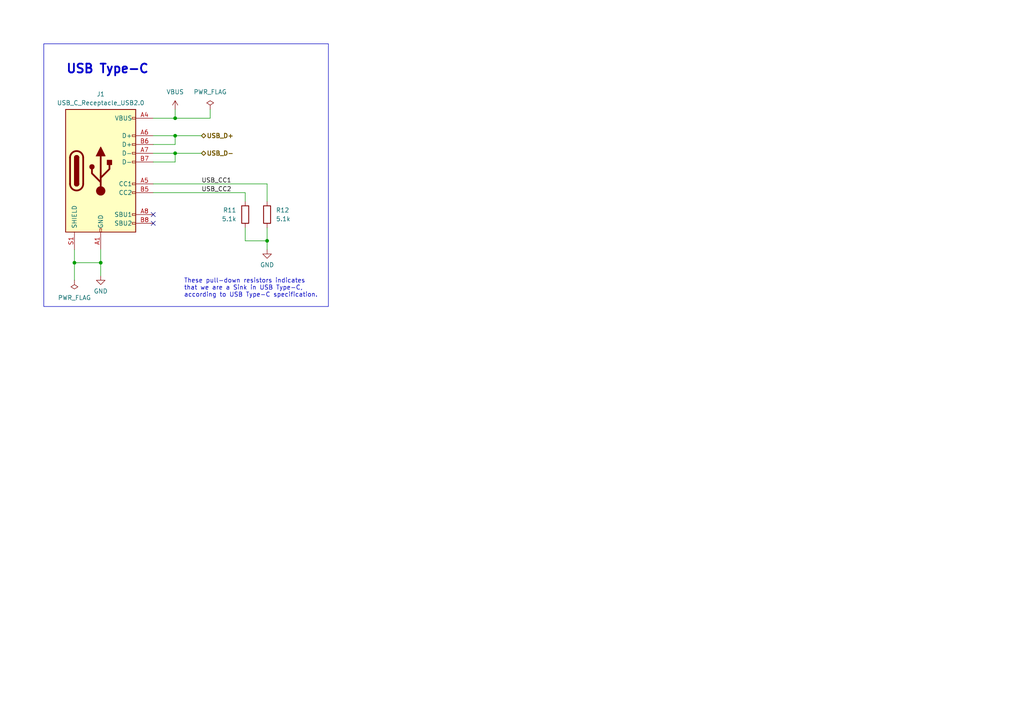
<source format=kicad_sch>
(kicad_sch (version 20230121) (generator eeschema)

  (uuid ebd27817-6a7b-4b78-8800-b3aa8d0972b2)

  (paper "A4")

  (lib_symbols
    (symbol "Device:R" (pin_numbers hide) (pin_names (offset 0)) (in_bom yes) (on_board yes)
      (property "Reference" "R" (at 2.032 0 90)
        (effects (font (size 1.27 1.27)))
      )
      (property "Value" "R" (at 0 0 90)
        (effects (font (size 1.27 1.27)))
      )
      (property "Footprint" "" (at -1.778 0 90)
        (effects (font (size 1.27 1.27)) hide)
      )
      (property "Datasheet" "~" (at 0 0 0)
        (effects (font (size 1.27 1.27)) hide)
      )
      (property "ki_keywords" "R res resistor" (at 0 0 0)
        (effects (font (size 1.27 1.27)) hide)
      )
      (property "ki_description" "Resistor" (at 0 0 0)
        (effects (font (size 1.27 1.27)) hide)
      )
      (property "ki_fp_filters" "R_*" (at 0 0 0)
        (effects (font (size 1.27 1.27)) hide)
      )
      (symbol "R_0_1"
        (rectangle (start -1.016 -2.54) (end 1.016 2.54)
          (stroke (width 0.254) (type default))
          (fill (type none))
        )
      )
      (symbol "R_1_1"
        (pin passive line (at 0 3.81 270) (length 1.27)
          (name "~" (effects (font (size 1.27 1.27))))
          (number "1" (effects (font (size 1.27 1.27))))
        )
        (pin passive line (at 0 -3.81 90) (length 1.27)
          (name "~" (effects (font (size 1.27 1.27))))
          (number "2" (effects (font (size 1.27 1.27))))
        )
      )
    )
    (symbol "cubesat_rp2040:USB_C_Receptacle_USB2.0" (pin_names (offset 1.016)) (in_bom yes) (on_board yes)
      (property "Reference" "J3" (at 0 22.225 0)
        (effects (font (size 1.27 1.27)))
      )
      (property "Value" "USB_C_Receptacle_USB2.0" (at 0 19.685 0)
        (effects (font (size 1.27 1.27)))
      )
      (property "Footprint" "" (at 3.81 0 0)
        (effects (font (size 1.27 1.27)) hide)
      )
      (property "Datasheet" "https://www.usb.org/sites/default/files/documents/usb_type-c.zip" (at 3.81 0 0)
        (effects (font (size 1.27 1.27)) hide)
      )
      (property "ki_keywords" "usb universal serial bus type-C USB2.0" (at 0 0 0)
        (effects (font (size 1.27 1.27)) hide)
      )
      (property "ki_description" "USB 2.0-only Type-C Receptacle connector" (at 0 0 0)
        (effects (font (size 1.27 1.27)) hide)
      )
      (property "ki_fp_filters" "USB*C*Receptacle*" (at 0 0 0)
        (effects (font (size 1.27 1.27)) hide)
      )
      (symbol "USB_C_Receptacle_USB2.0_0_0"
        (rectangle (start -0.254 -17.78) (end 0.254 -16.764)
          (stroke (width 0) (type default))
          (fill (type none))
        )
        (rectangle (start 10.16 -14.986) (end 9.144 -15.494)
          (stroke (width 0) (type default))
          (fill (type none))
        )
        (rectangle (start 10.16 -12.446) (end 9.144 -12.954)
          (stroke (width 0) (type default))
          (fill (type none))
        )
        (rectangle (start 10.16 -6.096) (end 9.144 -6.604)
          (stroke (width 0) (type default))
          (fill (type none))
        )
        (rectangle (start 10.16 -3.556) (end 9.144 -4.064)
          (stroke (width 0) (type default))
          (fill (type none))
        )
        (rectangle (start 10.16 2.794) (end 9.144 2.286)
          (stroke (width 0) (type default))
          (fill (type none))
        )
        (rectangle (start 10.16 5.334) (end 9.144 4.826)
          (stroke (width 0) (type default))
          (fill (type none))
        )
        (rectangle (start 10.16 7.874) (end 9.144 7.366)
          (stroke (width 0) (type default))
          (fill (type none))
        )
        (rectangle (start 10.16 10.414) (end 9.144 9.906)
          (stroke (width 0) (type default))
          (fill (type none))
        )
        (rectangle (start 10.16 15.494) (end 9.144 14.986)
          (stroke (width 0) (type default))
          (fill (type none))
        )
      )
      (symbol "USB_C_Receptacle_USB2.0_0_1"
        (rectangle (start -10.16 17.78) (end 10.16 -17.78)
          (stroke (width 0.254) (type default))
          (fill (type background))
        )
        (arc (start -8.89 -3.81) (mid -6.985 -5.7067) (end -5.08 -3.81)
          (stroke (width 0.508) (type default))
          (fill (type none))
        )
        (arc (start -7.62 -3.81) (mid -6.985 -4.4423) (end -6.35 -3.81)
          (stroke (width 0.254) (type default))
          (fill (type none))
        )
        (arc (start -7.62 -3.81) (mid -6.985 -4.4423) (end -6.35 -3.81)
          (stroke (width 0.254) (type default))
          (fill (type outline))
        )
        (rectangle (start -7.62 -3.81) (end -6.35 3.81)
          (stroke (width 0.254) (type default))
          (fill (type outline))
        )
        (arc (start -6.35 3.81) (mid -6.985 4.4423) (end -7.62 3.81)
          (stroke (width 0.254) (type default))
          (fill (type none))
        )
        (arc (start -6.35 3.81) (mid -6.985 4.4423) (end -7.62 3.81)
          (stroke (width 0.254) (type default))
          (fill (type outline))
        )
        (arc (start -5.08 3.81) (mid -6.985 5.7067) (end -8.89 3.81)
          (stroke (width 0.508) (type default))
          (fill (type none))
        )
        (circle (center -2.54 1.143) (radius 0.635)
          (stroke (width 0.254) (type default))
          (fill (type outline))
        )
        (circle (center 0 -5.842) (radius 1.27)
          (stroke (width 0) (type default))
          (fill (type outline))
        )
        (polyline
          (pts
            (xy -8.89 -3.81)
            (xy -8.89 3.81)
          )
          (stroke (width 0.508) (type default))
          (fill (type none))
        )
        (polyline
          (pts
            (xy -5.08 3.81)
            (xy -5.08 -3.81)
          )
          (stroke (width 0.508) (type default))
          (fill (type none))
        )
        (polyline
          (pts
            (xy 0 -5.842)
            (xy 0 4.318)
          )
          (stroke (width 0.508) (type default))
          (fill (type none))
        )
        (polyline
          (pts
            (xy 0 -3.302)
            (xy -2.54 -0.762)
            (xy -2.54 0.508)
          )
          (stroke (width 0.508) (type default))
          (fill (type none))
        )
        (polyline
          (pts
            (xy 0 -2.032)
            (xy 2.54 0.508)
            (xy 2.54 1.778)
          )
          (stroke (width 0.508) (type default))
          (fill (type none))
        )
        (polyline
          (pts
            (xy -1.27 4.318)
            (xy 0 6.858)
            (xy 1.27 4.318)
            (xy -1.27 4.318)
          )
          (stroke (width 0.254) (type default))
          (fill (type outline))
        )
        (rectangle (start 1.905 1.778) (end 3.175 3.048)
          (stroke (width 0.254) (type default))
          (fill (type outline))
        )
      )
      (symbol "USB_C_Receptacle_USB2.0_1_1"
        (pin passive line (at 0 -22.86 90) (length 5.08)
          (name "GND" (effects (font (size 1.27 1.27))))
          (number "A1" (effects (font (size 1.27 1.27))))
        )
        (pin passive line (at 0 -22.86 90) (length 5.08) hide
          (name "GND" (effects (font (size 1.27 1.27))))
          (number "A12" (effects (font (size 1.27 1.27))))
        )
        (pin passive line (at 15.24 15.24 180) (length 5.08)
          (name "VBUS" (effects (font (size 1.27 1.27))))
          (number "A4" (effects (font (size 1.27 1.27))))
        )
        (pin bidirectional line (at 15.24 -3.81 180) (length 5.08)
          (name "CC1" (effects (font (size 1.27 1.27))))
          (number "A5" (effects (font (size 1.27 1.27))))
        )
        (pin bidirectional line (at 15.24 10.16 180) (length 5.08)
          (name "D+" (effects (font (size 1.27 1.27))))
          (number "A6" (effects (font (size 1.27 1.27))))
        )
        (pin bidirectional line (at 15.24 5.08 180) (length 5.08)
          (name "D-" (effects (font (size 1.27 1.27))))
          (number "A7" (effects (font (size 1.27 1.27))))
        )
        (pin bidirectional line (at 15.24 -12.7 180) (length 5.08)
          (name "SBU1" (effects (font (size 1.27 1.27))))
          (number "A8" (effects (font (size 1.27 1.27))))
        )
        (pin passive line (at 15.24 15.24 180) (length 5.08) hide
          (name "VBUS" (effects (font (size 1.27 1.27))))
          (number "A9" (effects (font (size 1.27 1.27))))
        )
        (pin passive line (at 0 -22.86 90) (length 5.08) hide
          (name "GND" (effects (font (size 1.27 1.27))))
          (number "B1" (effects (font (size 1.27 1.27))))
        )
        (pin passive line (at 0 -22.86 90) (length 5.08) hide
          (name "GND" (effects (font (size 1.27 1.27))))
          (number "B12" (effects (font (size 1.27 1.27))))
        )
        (pin passive line (at 15.24 15.24 180) (length 5.08) hide
          (name "VBUS" (effects (font (size 1.27 1.27))))
          (number "B4" (effects (font (size 1.27 1.27))))
        )
        (pin bidirectional line (at 15.24 -6.35 180) (length 5.08)
          (name "CC2" (effects (font (size 1.27 1.27))))
          (number "B5" (effects (font (size 1.27 1.27))))
        )
        (pin bidirectional line (at 15.24 7.62 180) (length 5.08)
          (name "D+" (effects (font (size 1.27 1.27))))
          (number "B6" (effects (font (size 1.27 1.27))))
        )
        (pin bidirectional line (at 15.24 2.54 180) (length 5.08)
          (name "D-" (effects (font (size 1.27 1.27))))
          (number "B7" (effects (font (size 1.27 1.27))))
        )
        (pin bidirectional line (at 15.24 -15.24 180) (length 5.08)
          (name "SBU2" (effects (font (size 1.27 1.27))))
          (number "B8" (effects (font (size 1.27 1.27))))
        )
        (pin passive line (at 15.24 15.24 180) (length 5.08) hide
          (name "VBUS" (effects (font (size 1.27 1.27))))
          (number "B9" (effects (font (size 1.27 1.27))))
        )
        (pin passive line (at -7.62 -22.86 90) (length 5.08)
          (name "SHIELD" (effects (font (size 1.27 1.27))))
          (number "S1" (effects (font (size 1.27 1.27))))
        )
      )
    )
    (symbol "power:GND" (power) (pin_names (offset 0)) (in_bom yes) (on_board yes)
      (property "Reference" "#PWR" (at 0 -6.35 0)
        (effects (font (size 1.27 1.27)) hide)
      )
      (property "Value" "GND" (at 0 -3.81 0)
        (effects (font (size 1.27 1.27)))
      )
      (property "Footprint" "" (at 0 0 0)
        (effects (font (size 1.27 1.27)) hide)
      )
      (property "Datasheet" "" (at 0 0 0)
        (effects (font (size 1.27 1.27)) hide)
      )
      (property "ki_keywords" "global power" (at 0 0 0)
        (effects (font (size 1.27 1.27)) hide)
      )
      (property "ki_description" "Power symbol creates a global label with name \"GND\" , ground" (at 0 0 0)
        (effects (font (size 1.27 1.27)) hide)
      )
      (symbol "GND_0_1"
        (polyline
          (pts
            (xy 0 0)
            (xy 0 -1.27)
            (xy 1.27 -1.27)
            (xy 0 -2.54)
            (xy -1.27 -1.27)
            (xy 0 -1.27)
          )
          (stroke (width 0) (type default))
          (fill (type none))
        )
      )
      (symbol "GND_1_1"
        (pin power_in line (at 0 0 270) (length 0) hide
          (name "GND" (effects (font (size 1.27 1.27))))
          (number "1" (effects (font (size 1.27 1.27))))
        )
      )
    )
    (symbol "power:PWR_FLAG" (power) (pin_numbers hide) (pin_names (offset 0) hide) (in_bom yes) (on_board yes)
      (property "Reference" "#FLG" (at 0 1.905 0)
        (effects (font (size 1.27 1.27)) hide)
      )
      (property "Value" "PWR_FLAG" (at 0 3.81 0)
        (effects (font (size 1.27 1.27)))
      )
      (property "Footprint" "" (at 0 0 0)
        (effects (font (size 1.27 1.27)) hide)
      )
      (property "Datasheet" "~" (at 0 0 0)
        (effects (font (size 1.27 1.27)) hide)
      )
      (property "ki_keywords" "flag power" (at 0 0 0)
        (effects (font (size 1.27 1.27)) hide)
      )
      (property "ki_description" "Special symbol for telling ERC where power comes from" (at 0 0 0)
        (effects (font (size 1.27 1.27)) hide)
      )
      (symbol "PWR_FLAG_0_0"
        (pin power_out line (at 0 0 90) (length 0)
          (name "pwr" (effects (font (size 1.27 1.27))))
          (number "1" (effects (font (size 1.27 1.27))))
        )
      )
      (symbol "PWR_FLAG_0_1"
        (polyline
          (pts
            (xy 0 0)
            (xy 0 1.27)
            (xy -1.016 1.905)
            (xy 0 2.54)
            (xy 1.016 1.905)
            (xy 0 1.27)
          )
          (stroke (width 0) (type default))
          (fill (type none))
        )
      )
    )
    (symbol "power:VBUS" (power) (pin_names (offset 0)) (in_bom yes) (on_board yes)
      (property "Reference" "#PWR" (at 0 -3.81 0)
        (effects (font (size 1.27 1.27)) hide)
      )
      (property "Value" "VBUS" (at 0 3.81 0)
        (effects (font (size 1.27 1.27)))
      )
      (property "Footprint" "" (at 0 0 0)
        (effects (font (size 1.27 1.27)) hide)
      )
      (property "Datasheet" "" (at 0 0 0)
        (effects (font (size 1.27 1.27)) hide)
      )
      (property "ki_keywords" "global power" (at 0 0 0)
        (effects (font (size 1.27 1.27)) hide)
      )
      (property "ki_description" "Power symbol creates a global label with name \"VBUS\"" (at 0 0 0)
        (effects (font (size 1.27 1.27)) hide)
      )
      (symbol "VBUS_0_1"
        (polyline
          (pts
            (xy -0.762 1.27)
            (xy 0 2.54)
          )
          (stroke (width 0) (type default))
          (fill (type none))
        )
        (polyline
          (pts
            (xy 0 0)
            (xy 0 2.54)
          )
          (stroke (width 0) (type default))
          (fill (type none))
        )
        (polyline
          (pts
            (xy 0 2.54)
            (xy 0.762 1.27)
          )
          (stroke (width 0) (type default))
          (fill (type none))
        )
      )
      (symbol "VBUS_1_1"
        (pin power_in line (at 0 0 90) (length 0) hide
          (name "VBUS" (effects (font (size 1.27 1.27))))
          (number "1" (effects (font (size 1.27 1.27))))
        )
      )
    )
  )

  (junction (at 50.8 44.45) (diameter 0) (color 0 0 0 0)
    (uuid 41cbf4da-448b-4c63-abff-e595636e6f8e)
  )
  (junction (at 21.59 76.2) (diameter 0) (color 0 0 0 0)
    (uuid 6b95d8f6-1453-4a2d-baae-e9edba056f93)
  )
  (junction (at 29.21 76.2) (diameter 0) (color 0 0 0 0)
    (uuid 88504b1b-3054-42fd-a8e1-f9df509f1fd1)
  )
  (junction (at 50.8 39.37) (diameter 0) (color 0 0 0 0)
    (uuid 9fa23c0f-e791-45b1-a12b-5ed9104867ce)
  )
  (junction (at 50.8 34.29) (diameter 0) (color 0 0 0 0)
    (uuid e7ad7efa-e423-4127-b07f-413ce5ca206f)
  )
  (junction (at 77.47 69.85) (diameter 0) (color 0 0 0 0)
    (uuid f6f14aff-a4e6-4d48-aa00-190e41480150)
  )

  (no_connect (at 44.45 62.23) (uuid 19effb5b-305f-4a22-90f2-710d8db30173))
  (no_connect (at 44.45 64.77) (uuid ed706826-0cc3-48af-907e-7e48e24a952e))

  (wire (pts (xy 77.47 53.34) (xy 77.47 58.42))
    (stroke (width 0) (type default))
    (uuid 07aa9119-f6d9-4417-80b8-a9d08ebcadc4)
  )
  (wire (pts (xy 44.45 44.45) (xy 50.8 44.45))
    (stroke (width 0) (type default))
    (uuid 0c2b1b72-15bb-4a8c-a91b-3457a0b5dc66)
  )
  (wire (pts (xy 44.45 34.29) (xy 50.8 34.29))
    (stroke (width 0) (type default))
    (uuid 223e8a0c-bbd4-46c5-9a7b-7ca1fa1aa802)
  )
  (wire (pts (xy 71.12 55.88) (xy 44.45 55.88))
    (stroke (width 0) (type default))
    (uuid 3d21c4b1-fadf-4d1e-ba5c-7bcbcd461a42)
  )
  (wire (pts (xy 60.96 34.29) (xy 60.96 31.75))
    (stroke (width 0) (type default))
    (uuid 49025764-9180-449e-9797-0bb20177bed2)
  )
  (wire (pts (xy 21.59 72.39) (xy 21.59 76.2))
    (stroke (width 0) (type default))
    (uuid 49da15f6-b0bc-4e23-b5c2-1f0b0c43bc7e)
  )
  (wire (pts (xy 71.12 69.85) (xy 71.12 66.04))
    (stroke (width 0) (type default))
    (uuid 539a47db-650d-4393-bbff-fb33216e2151)
  )
  (wire (pts (xy 77.47 66.04) (xy 77.47 69.85))
    (stroke (width 0) (type default))
    (uuid 5d9b0dbd-63cd-4e00-b3fc-cb711a8829d2)
  )
  (wire (pts (xy 44.45 41.91) (xy 50.8 41.91))
    (stroke (width 0) (type default))
    (uuid 5eb880ca-555d-4115-8c0e-aa24ed19f19c)
  )
  (wire (pts (xy 21.59 76.2) (xy 21.59 81.28))
    (stroke (width 0) (type default))
    (uuid 64cc51a7-abdf-437c-8c05-4ca5e52638a1)
  )
  (wire (pts (xy 50.8 34.29) (xy 60.96 34.29))
    (stroke (width 0) (type default))
    (uuid 689f99a8-51a4-4e69-861b-8892c2dfb41f)
  )
  (wire (pts (xy 29.21 80.01) (xy 29.21 76.2))
    (stroke (width 0) (type default))
    (uuid 6d5c2242-74a2-4cdb-a9e5-4de08bad544f)
  )
  (wire (pts (xy 71.12 69.85) (xy 77.47 69.85))
    (stroke (width 0) (type default))
    (uuid 70f46236-cce3-4e9f-a041-82e3fc3f5107)
  )
  (wire (pts (xy 44.45 46.99) (xy 50.8 46.99))
    (stroke (width 0) (type default))
    (uuid 765fd746-171c-4169-a2e5-6abda4dab63a)
  )
  (wire (pts (xy 29.21 72.39) (xy 29.21 76.2))
    (stroke (width 0) (type default))
    (uuid 7ff2aba3-3d4f-4992-82b9-f80796440827)
  )
  (wire (pts (xy 50.8 34.29) (xy 50.8 31.75))
    (stroke (width 0) (type default))
    (uuid 81f1b3b3-8c28-4ca6-a065-ff1a43bb80e6)
  )
  (wire (pts (xy 50.8 44.45) (xy 58.42 44.45))
    (stroke (width 0) (type default))
    (uuid 897867c6-996d-46de-8c87-2e61f09a0cab)
  )
  (wire (pts (xy 50.8 41.91) (xy 50.8 39.37))
    (stroke (width 0) (type default))
    (uuid 8fbb7d31-45be-4f0b-a286-51ece6944193)
  )
  (wire (pts (xy 50.8 39.37) (xy 58.42 39.37))
    (stroke (width 0) (type default))
    (uuid 91e5decb-ec6d-4964-b39a-3687c737c0e3)
  )
  (wire (pts (xy 71.12 55.88) (xy 71.12 58.42))
    (stroke (width 0) (type default))
    (uuid 9492b70e-c58e-484d-8b03-e773110d5e9a)
  )
  (wire (pts (xy 44.45 39.37) (xy 50.8 39.37))
    (stroke (width 0) (type default))
    (uuid 94cde9f4-afc9-4904-8c59-1080fbcebfed)
  )
  (wire (pts (xy 21.59 76.2) (xy 29.21 76.2))
    (stroke (width 0) (type default))
    (uuid 9cc9d851-f390-497a-905e-e2e022ff482d)
  )
  (wire (pts (xy 77.47 53.34) (xy 44.45 53.34))
    (stroke (width 0) (type default))
    (uuid a41a833c-4724-4d53-977f-43a430cd04c9)
  )
  (wire (pts (xy 50.8 46.99) (xy 50.8 44.45))
    (stroke (width 0) (type default))
    (uuid e75c5527-bc26-4a35-98fe-45cbd729f7da)
  )
  (wire (pts (xy 77.47 72.39) (xy 77.47 69.85))
    (stroke (width 0) (type default))
    (uuid f9d0259f-688b-4e91-85fa-e3867201896f)
  )

  (rectangle (start 12.7 12.7) (end 95.25 88.9)
    (stroke (width 0) (type default))
    (fill (type none))
    (uuid 948ab088-b4f5-40b2-904e-06fdbb26c683)
  )

  (text "USB Type-C" (at 19.05 21.59 0)
    (effects (font (size 2.54 2.54) bold) (justify left bottom))
    (uuid 2ed30cdd-8605-4ba0-8b6d-4be763aa8147)
  )
  (text "These pull-down resistors indicates \nthat we are a Sink in USB Type-C, \naccording to USB Type-C specification."
    (at 53.34 86.36 0)
    (effects (font (size 1.27 1.27)) (justify left bottom))
    (uuid f33b682b-e780-4d0a-83ca-ad546bb57df7)
  )

  (label "USB_CC1" (at 58.42 53.34 0) (fields_autoplaced)
    (effects (font (size 1.27 1.27)) (justify left bottom))
    (uuid 2f3b2d7a-56df-4e94-bb93-d0a803757b4d)
  )
  (label "USB_CC2" (at 58.42 55.88 0) (fields_autoplaced)
    (effects (font (size 1.27 1.27)) (justify left bottom))
    (uuid f43de490-e1b9-4ee6-ac6c-cec5ce10dae4)
  )

  (hierarchical_label "USB_D-" (shape bidirectional) (at 58.42 44.45 0) (fields_autoplaced)
    (effects (font (size 1.27 1.27) bold) (justify left))
    (uuid 0a9573c6-8e24-41a6-a64f-0093eb62ac0a)
  )
  (hierarchical_label "USB_D+" (shape bidirectional) (at 58.42 39.37 0) (fields_autoplaced)
    (effects (font (size 1.27 1.27) bold) (justify left))
    (uuid 164c5354-83df-41c8-bbea-55fb60694bdf)
  )

  (symbol (lib_id "cubesat_rp2040:USB_C_Receptacle_USB2.0") (at 29.21 49.53 0) (unit 1)
    (in_bom yes) (on_board yes) (dnp no) (fields_autoplaced)
    (uuid 2d03a64a-516f-4d5a-891c-0611147394fb)
    (property "Reference" "J1" (at 29.21 27.305 0)
      (effects (font (size 1.27 1.27)))
    )
    (property "Value" "USB_C_Receptacle_USB2.0" (at 29.21 29.845 0)
      (effects (font (size 1.27 1.27)))
    )
    (property "Footprint" "Connector_USB:USB_C_Receptacle_GCT_USB4105-xx-A_16P_TopMnt_Horizontal" (at 33.02 49.53 0)
      (effects (font (size 1.27 1.27)) hide)
    )
    (property "Datasheet" "https://www.usb.org/sites/default/files/documents/usb_type-c.zip" (at 33.02 49.53 0)
      (effects (font (size 1.27 1.27)) hide)
    )
    (pin "A1" (uuid a3910a70-ac1e-4003-8625-bd7aaa3ae23c))
    (pin "A12" (uuid efc5e40d-ae6d-401d-b950-3a72e7c1a8c1))
    (pin "A4" (uuid 920b032e-3e7d-4970-944b-8e73c7b4af8b))
    (pin "A5" (uuid 569f25ca-bc7a-4060-9717-e267c860aca4))
    (pin "A6" (uuid a33be623-7107-4805-a4cb-5bf299c8b544))
    (pin "A7" (uuid d56441e9-016f-4853-93b2-8095721b8d23))
    (pin "A8" (uuid eed826d5-4609-41bb-9f37-28c69cca3d4a))
    (pin "A9" (uuid 0a97e817-3cfc-41b9-bc80-c65dd2cde111))
    (pin "B1" (uuid d5c7ef28-1183-4abf-a317-6d3ba7ea5bc5))
    (pin "B12" (uuid 9c745d7c-04db-48b2-ad2d-47e93e76c026))
    (pin "B4" (uuid 7968a3a1-a8f3-4aac-be10-a7186c7acaa6))
    (pin "B5" (uuid b5e320a6-1a95-4329-a3de-ddf480729279))
    (pin "B6" (uuid 9bfe56b5-160e-4e52-988e-f76010937d1a))
    (pin "B7" (uuid 85ae6551-4a97-4b88-8d01-d51a9bf08b8d))
    (pin "B8" (uuid 40b4f2db-344b-473b-bd34-ffe120974a92))
    (pin "B9" (uuid e368d0d3-7c04-4c41-ae35-03341e535bf8))
    (pin "S1" (uuid d01f26ea-22f4-4ef9-9a72-2840e04a3d2a))
    (instances
      (project "cubesat_rp2040"
        (path "/5511013b-c214-40ba-8960-f470f52474f8"
          (reference "J1") (unit 1)
        )
        (path "/5511013b-c214-40ba-8960-f470f52474f8/827fa2e5-5cb5-4cf2-935c-289587867af3"
          (reference "J3") (unit 1)
        )
      )
    )
  )

  (symbol (lib_id "power:VBUS") (at 50.8 31.75 0) (unit 1)
    (in_bom yes) (on_board yes) (dnp no) (fields_autoplaced)
    (uuid 322d038f-af1d-441a-8ed3-a4cea3e5f31a)
    (property "Reference" "#PWR022" (at 50.8 35.56 0)
      (effects (font (size 1.27 1.27)) hide)
    )
    (property "Value" "VBUS" (at 50.8 26.67 0)
      (effects (font (size 1.27 1.27)))
    )
    (property "Footprint" "" (at 50.8 31.75 0)
      (effects (font (size 1.27 1.27)) hide)
    )
    (property "Datasheet" "" (at 50.8 31.75 0)
      (effects (font (size 1.27 1.27)) hide)
    )
    (pin "1" (uuid cffc3a31-b664-4ab0-8887-69a0f2dd26f7))
    (instances
      (project "cubesat_rp2040"
        (path "/5511013b-c214-40ba-8960-f470f52474f8/827fa2e5-5cb5-4cf2-935c-289587867af3"
          (reference "#PWR022") (unit 1)
        )
      )
    )
  )

  (symbol (lib_id "power:GND") (at 77.47 72.39 0) (unit 1)
    (in_bom yes) (on_board yes) (dnp no) (fields_autoplaced)
    (uuid 56e20479-b9b9-4f1c-ad98-e4bfb8f63ee6)
    (property "Reference" "#PWR023" (at 77.47 78.74 0)
      (effects (font (size 1.27 1.27)) hide)
    )
    (property "Value" "GND" (at 77.47 76.835 0)
      (effects (font (size 1.27 1.27)))
    )
    (property "Footprint" "" (at 77.47 72.39 0)
      (effects (font (size 1.27 1.27)) hide)
    )
    (property "Datasheet" "" (at 77.47 72.39 0)
      (effects (font (size 1.27 1.27)) hide)
    )
    (pin "1" (uuid 55706083-9bbd-47d9-8ea5-4a1264e1f62c))
    (instances
      (project "cubesat_rp2040"
        (path "/5511013b-c214-40ba-8960-f470f52474f8/827fa2e5-5cb5-4cf2-935c-289587867af3"
          (reference "#PWR023") (unit 1)
        )
      )
    )
  )

  (symbol (lib_id "Device:R") (at 77.47 62.23 0) (unit 1)
    (in_bom yes) (on_board yes) (dnp no) (fields_autoplaced)
    (uuid 6f62b4c2-7b51-4527-aa35-7a44c4aeb553)
    (property "Reference" "R12" (at 80.01 60.96 0)
      (effects (font (size 1.27 1.27)) (justify left))
    )
    (property "Value" "5.1k" (at 80.01 63.5 0)
      (effects (font (size 1.27 1.27)) (justify left))
    )
    (property "Footprint" "Resistor_SMD:R_1206_3216Metric" (at 75.692 62.23 90)
      (effects (font (size 1.27 1.27)) hide)
    )
    (property "Datasheet" "~" (at 77.47 62.23 0)
      (effects (font (size 1.27 1.27)) hide)
    )
    (pin "1" (uuid 8b6d635c-8360-4036-ac2a-155964d3fc52))
    (pin "2" (uuid ec662483-5fd2-4d29-85c9-05b8c0cabc2a))
    (instances
      (project "cubesat_rp2040"
        (path "/5511013b-c214-40ba-8960-f470f52474f8/827fa2e5-5cb5-4cf2-935c-289587867af3"
          (reference "R12") (unit 1)
        )
      )
    )
  )

  (symbol (lib_id "power:PWR_FLAG") (at 60.96 31.75 0) (unit 1)
    (in_bom yes) (on_board yes) (dnp no) (fields_autoplaced)
    (uuid 94e30b75-e782-4dde-85a2-75324196d59e)
    (property "Reference" "#FLG01" (at 60.96 29.845 0)
      (effects (font (size 1.27 1.27)) hide)
    )
    (property "Value" "PWR_FLAG" (at 60.96 26.67 0)
      (effects (font (size 1.27 1.27)))
    )
    (property "Footprint" "" (at 60.96 31.75 0)
      (effects (font (size 1.27 1.27)) hide)
    )
    (property "Datasheet" "~" (at 60.96 31.75 0)
      (effects (font (size 1.27 1.27)) hide)
    )
    (pin "1" (uuid f265dac8-c406-42d5-8f4e-0a40bfc89810))
    (instances
      (project "cubesat_rp2040"
        (path "/5511013b-c214-40ba-8960-f470f52474f8/827fa2e5-5cb5-4cf2-935c-289587867af3"
          (reference "#FLG01") (unit 1)
        )
      )
    )
  )

  (symbol (lib_id "Device:R") (at 71.12 62.23 0) (unit 1)
    (in_bom yes) (on_board yes) (dnp no) (fields_autoplaced)
    (uuid c872232f-7314-497d-99b1-f53a62b19e0d)
    (property "Reference" "R11" (at 68.58 60.96 0)
      (effects (font (size 1.27 1.27)) (justify right))
    )
    (property "Value" "5.1k" (at 68.58 63.5 0)
      (effects (font (size 1.27 1.27)) (justify right))
    )
    (property "Footprint" "Resistor_SMD:R_1206_3216Metric" (at 69.342 62.23 90)
      (effects (font (size 1.27 1.27)) hide)
    )
    (property "Datasheet" "~" (at 71.12 62.23 0)
      (effects (font (size 1.27 1.27)) hide)
    )
    (pin "1" (uuid 8f2f29ce-20f2-4bb4-94ce-161de1cf4af3))
    (pin "2" (uuid 79420a9a-de2b-4002-9a51-b5d3bdb005aa))
    (instances
      (project "cubesat_rp2040"
        (path "/5511013b-c214-40ba-8960-f470f52474f8/827fa2e5-5cb5-4cf2-935c-289587867af3"
          (reference "R11") (unit 1)
        )
      )
    )
  )

  (symbol (lib_id "power:GND") (at 29.21 80.01 0) (unit 1)
    (in_bom yes) (on_board yes) (dnp no) (fields_autoplaced)
    (uuid c9c4c230-0e6b-4f55-a98d-3ad97b2a43b2)
    (property "Reference" "#PWR024" (at 29.21 86.36 0)
      (effects (font (size 1.27 1.27)) hide)
    )
    (property "Value" "GND" (at 29.21 84.455 0)
      (effects (font (size 1.27 1.27)))
    )
    (property "Footprint" "" (at 29.21 80.01 0)
      (effects (font (size 1.27 1.27)) hide)
    )
    (property "Datasheet" "" (at 29.21 80.01 0)
      (effects (font (size 1.27 1.27)) hide)
    )
    (pin "1" (uuid bc24a33b-8c8a-4b1e-8b91-2974d3d900bd))
    (instances
      (project "cubesat_rp2040"
        (path "/5511013b-c214-40ba-8960-f470f52474f8/827fa2e5-5cb5-4cf2-935c-289587867af3"
          (reference "#PWR024") (unit 1)
        )
      )
    )
  )

  (symbol (lib_id "power:PWR_FLAG") (at 21.59 81.28 180) (unit 1)
    (in_bom yes) (on_board yes) (dnp no) (fields_autoplaced)
    (uuid fc95917d-72bd-4ead-8bb3-bba93e18c1a5)
    (property "Reference" "#FLG02" (at 21.59 83.185 0)
      (effects (font (size 1.27 1.27)) hide)
    )
    (property "Value" "PWR_FLAG" (at 21.59 86.36 0)
      (effects (font (size 1.27 1.27)))
    )
    (property "Footprint" "" (at 21.59 81.28 0)
      (effects (font (size 1.27 1.27)) hide)
    )
    (property "Datasheet" "~" (at 21.59 81.28 0)
      (effects (font (size 1.27 1.27)) hide)
    )
    (pin "1" (uuid 19fd5e55-199f-4f11-995c-8222f2b982cd))
    (instances
      (project "cubesat_rp2040"
        (path "/5511013b-c214-40ba-8960-f470f52474f8/827fa2e5-5cb5-4cf2-935c-289587867af3"
          (reference "#FLG02") (unit 1)
        )
      )
    )
  )
)

</source>
